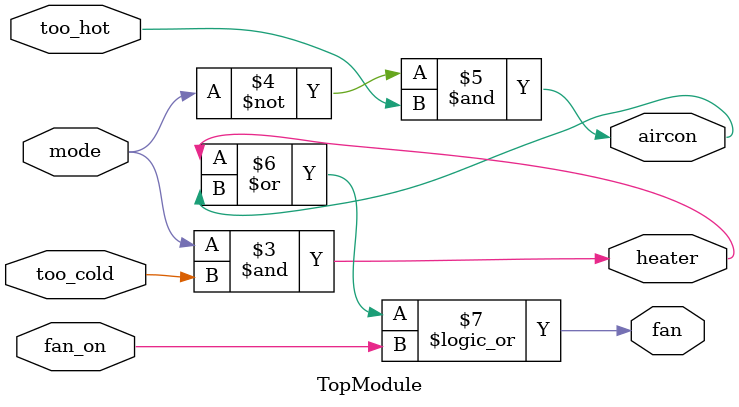
<source format=sv>

`timescale 1ns / 1ps

module TopModule (
    input mode,
    input too_cold,
    input too_hot,
    input fan_on,
    output heater,
    output aircon,
    output fan
);

always_comb begin
    heater = (mode == 1) & too_cold;
    aircon = (mode == 0) & too_hot;
    
    // Fan turns on if either heating or cooling is active, or if fan_on input is asserted
    fan = ((heater | aircon) || fan_on);
end

endmodule

// VERILOG-EVAL: errant inclusion of module definition

</source>
